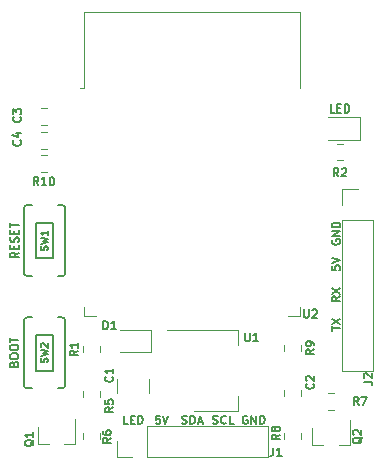
<source format=gbr>
G04 #@! TF.GenerationSoftware,KiCad,Pcbnew,7.0.6*
G04 #@! TF.CreationDate,2023-11-12T09:36:55+05:30*
G04 #@! TF.ProjectId,ESP32-Miner,45535033-322d-44d6-996e-65722e6b6963,rev?*
G04 #@! TF.SameCoordinates,Original*
G04 #@! TF.FileFunction,Legend,Top*
G04 #@! TF.FilePolarity,Positive*
%FSLAX46Y46*%
G04 Gerber Fmt 4.6, Leading zero omitted, Abs format (unit mm)*
G04 Created by KiCad (PCBNEW 7.0.6) date 2023-11-12 09:36:55*
%MOMM*%
%LPD*%
G01*
G04 APERTURE LIST*
%ADD10C,0.150000*%
%ADD11C,0.127000*%
%ADD12C,0.120000*%
%ADD13C,0.203200*%
G04 APERTURE END LIST*
D10*
X153349366Y-83933332D02*
X153316033Y-83999999D01*
X153316033Y-83999999D02*
X153316033Y-84099999D01*
X153316033Y-84099999D02*
X153349366Y-84199999D01*
X153349366Y-84199999D02*
X153416033Y-84266666D01*
X153416033Y-84266666D02*
X153482700Y-84299999D01*
X153482700Y-84299999D02*
X153616033Y-84333332D01*
X153616033Y-84333332D02*
X153716033Y-84333332D01*
X153716033Y-84333332D02*
X153849366Y-84299999D01*
X153849366Y-84299999D02*
X153916033Y-84266666D01*
X153916033Y-84266666D02*
X153982700Y-84199999D01*
X153982700Y-84199999D02*
X154016033Y-84099999D01*
X154016033Y-84099999D02*
X154016033Y-84033332D01*
X154016033Y-84033332D02*
X153982700Y-83933332D01*
X153982700Y-83933332D02*
X153949366Y-83899999D01*
X153949366Y-83899999D02*
X153716033Y-83899999D01*
X153716033Y-83899999D02*
X153716033Y-84033332D01*
X154016033Y-83599999D02*
X153316033Y-83599999D01*
X153316033Y-83599999D02*
X154016033Y-83199999D01*
X154016033Y-83199999D02*
X153316033Y-83199999D01*
X154016033Y-82866666D02*
X153316033Y-82866666D01*
X153316033Y-82866666D02*
X153316033Y-82699999D01*
X153316033Y-82699999D02*
X153349366Y-82599999D01*
X153349366Y-82599999D02*
X153416033Y-82533333D01*
X153416033Y-82533333D02*
X153482700Y-82499999D01*
X153482700Y-82499999D02*
X153616033Y-82466666D01*
X153616033Y-82466666D02*
X153716033Y-82466666D01*
X153716033Y-82466666D02*
X153849366Y-82499999D01*
X153849366Y-82499999D02*
X153916033Y-82533333D01*
X153916033Y-82533333D02*
X153982700Y-82599999D01*
X153982700Y-82599999D02*
X154016033Y-82699999D01*
X154016033Y-82699999D02*
X154016033Y-82866666D01*
X138766667Y-98816033D02*
X138433333Y-98816033D01*
X138433333Y-98816033D02*
X138400000Y-99149366D01*
X138400000Y-99149366D02*
X138433333Y-99116033D01*
X138433333Y-99116033D02*
X138500000Y-99082700D01*
X138500000Y-99082700D02*
X138666667Y-99082700D01*
X138666667Y-99082700D02*
X138733333Y-99116033D01*
X138733333Y-99116033D02*
X138766667Y-99149366D01*
X138766667Y-99149366D02*
X138800000Y-99216033D01*
X138800000Y-99216033D02*
X138800000Y-99382700D01*
X138800000Y-99382700D02*
X138766667Y-99449366D01*
X138766667Y-99449366D02*
X138733333Y-99482700D01*
X138733333Y-99482700D02*
X138666667Y-99516033D01*
X138666667Y-99516033D02*
X138500000Y-99516033D01*
X138500000Y-99516033D02*
X138433333Y-99482700D01*
X138433333Y-99482700D02*
X138400000Y-99449366D01*
X139000000Y-98816033D02*
X139233334Y-99516033D01*
X139233334Y-99516033D02*
X139466667Y-98816033D01*
X154016033Y-88716666D02*
X153682700Y-88949999D01*
X154016033Y-89116666D02*
X153316033Y-89116666D01*
X153316033Y-89116666D02*
X153316033Y-88849999D01*
X153316033Y-88849999D02*
X153349366Y-88783333D01*
X153349366Y-88783333D02*
X153382700Y-88749999D01*
X153382700Y-88749999D02*
X153449366Y-88716666D01*
X153449366Y-88716666D02*
X153549366Y-88716666D01*
X153549366Y-88716666D02*
X153616033Y-88749999D01*
X153616033Y-88749999D02*
X153649366Y-88783333D01*
X153649366Y-88783333D02*
X153682700Y-88849999D01*
X153682700Y-88849999D02*
X153682700Y-89116666D01*
X153316033Y-88483333D02*
X154016033Y-88016666D01*
X153316033Y-88016666D02*
X154016033Y-88483333D01*
X146166667Y-98849366D02*
X146100000Y-98816033D01*
X146100000Y-98816033D02*
X146000000Y-98816033D01*
X146000000Y-98816033D02*
X145900000Y-98849366D01*
X145900000Y-98849366D02*
X145833334Y-98916033D01*
X145833334Y-98916033D02*
X145800000Y-98982700D01*
X145800000Y-98982700D02*
X145766667Y-99116033D01*
X145766667Y-99116033D02*
X145766667Y-99216033D01*
X145766667Y-99216033D02*
X145800000Y-99349366D01*
X145800000Y-99349366D02*
X145833334Y-99416033D01*
X145833334Y-99416033D02*
X145900000Y-99482700D01*
X145900000Y-99482700D02*
X146000000Y-99516033D01*
X146000000Y-99516033D02*
X146066667Y-99516033D01*
X146066667Y-99516033D02*
X146166667Y-99482700D01*
X146166667Y-99482700D02*
X146200000Y-99449366D01*
X146200000Y-99449366D02*
X146200000Y-99216033D01*
X146200000Y-99216033D02*
X146066667Y-99216033D01*
X146500000Y-99516033D02*
X146500000Y-98816033D01*
X146500000Y-98816033D02*
X146900000Y-99516033D01*
X146900000Y-99516033D02*
X146900000Y-98816033D01*
X147233333Y-99516033D02*
X147233333Y-98816033D01*
X147233333Y-98816033D02*
X147400000Y-98816033D01*
X147400000Y-98816033D02*
X147500000Y-98849366D01*
X147500000Y-98849366D02*
X147566667Y-98916033D01*
X147566667Y-98916033D02*
X147600000Y-98982700D01*
X147600000Y-98982700D02*
X147633333Y-99116033D01*
X147633333Y-99116033D02*
X147633333Y-99216033D01*
X147633333Y-99216033D02*
X147600000Y-99349366D01*
X147600000Y-99349366D02*
X147566667Y-99416033D01*
X147566667Y-99416033D02*
X147500000Y-99482700D01*
X147500000Y-99482700D02*
X147400000Y-99516033D01*
X147400000Y-99516033D02*
X147233333Y-99516033D01*
X136050000Y-99516033D02*
X135716666Y-99516033D01*
X135716666Y-99516033D02*
X135716666Y-98816033D01*
X136283333Y-99149366D02*
X136516667Y-99149366D01*
X136616667Y-99516033D02*
X136283333Y-99516033D01*
X136283333Y-99516033D02*
X136283333Y-98816033D01*
X136283333Y-98816033D02*
X136616667Y-98816033D01*
X136916666Y-99516033D02*
X136916666Y-98816033D01*
X136916666Y-98816033D02*
X137083333Y-98816033D01*
X137083333Y-98816033D02*
X137183333Y-98849366D01*
X137183333Y-98849366D02*
X137250000Y-98916033D01*
X137250000Y-98916033D02*
X137283333Y-98982700D01*
X137283333Y-98982700D02*
X137316666Y-99116033D01*
X137316666Y-99116033D02*
X137316666Y-99216033D01*
X137316666Y-99216033D02*
X137283333Y-99349366D01*
X137283333Y-99349366D02*
X137250000Y-99416033D01*
X137250000Y-99416033D02*
X137183333Y-99482700D01*
X137183333Y-99482700D02*
X137083333Y-99516033D01*
X137083333Y-99516033D02*
X136916666Y-99516033D01*
X140650000Y-99482700D02*
X140750000Y-99516033D01*
X140750000Y-99516033D02*
X140916667Y-99516033D01*
X140916667Y-99516033D02*
X140983333Y-99482700D01*
X140983333Y-99482700D02*
X141016667Y-99449366D01*
X141016667Y-99449366D02*
X141050000Y-99382700D01*
X141050000Y-99382700D02*
X141050000Y-99316033D01*
X141050000Y-99316033D02*
X141016667Y-99249366D01*
X141016667Y-99249366D02*
X140983333Y-99216033D01*
X140983333Y-99216033D02*
X140916667Y-99182700D01*
X140916667Y-99182700D02*
X140783333Y-99149366D01*
X140783333Y-99149366D02*
X140716667Y-99116033D01*
X140716667Y-99116033D02*
X140683333Y-99082700D01*
X140683333Y-99082700D02*
X140650000Y-99016033D01*
X140650000Y-99016033D02*
X140650000Y-98949366D01*
X140650000Y-98949366D02*
X140683333Y-98882700D01*
X140683333Y-98882700D02*
X140716667Y-98849366D01*
X140716667Y-98849366D02*
X140783333Y-98816033D01*
X140783333Y-98816033D02*
X140950000Y-98816033D01*
X140950000Y-98816033D02*
X141050000Y-98849366D01*
X141350000Y-99516033D02*
X141350000Y-98816033D01*
X141350000Y-98816033D02*
X141516667Y-98816033D01*
X141516667Y-98816033D02*
X141616667Y-98849366D01*
X141616667Y-98849366D02*
X141683334Y-98916033D01*
X141683334Y-98916033D02*
X141716667Y-98982700D01*
X141716667Y-98982700D02*
X141750000Y-99116033D01*
X141750000Y-99116033D02*
X141750000Y-99216033D01*
X141750000Y-99216033D02*
X141716667Y-99349366D01*
X141716667Y-99349366D02*
X141683334Y-99416033D01*
X141683334Y-99416033D02*
X141616667Y-99482700D01*
X141616667Y-99482700D02*
X141516667Y-99516033D01*
X141516667Y-99516033D02*
X141350000Y-99516033D01*
X142016667Y-99316033D02*
X142350000Y-99316033D01*
X141950000Y-99516033D02*
X142183334Y-98816033D01*
X142183334Y-98816033D02*
X142416667Y-99516033D01*
X153316033Y-86133333D02*
X153316033Y-86466666D01*
X153316033Y-86466666D02*
X153649366Y-86499999D01*
X153649366Y-86499999D02*
X153616033Y-86466666D01*
X153616033Y-86466666D02*
X153582700Y-86399999D01*
X153582700Y-86399999D02*
X153582700Y-86233333D01*
X153582700Y-86233333D02*
X153616033Y-86166666D01*
X153616033Y-86166666D02*
X153649366Y-86133333D01*
X153649366Y-86133333D02*
X153716033Y-86099999D01*
X153716033Y-86099999D02*
X153882700Y-86099999D01*
X153882700Y-86099999D02*
X153949366Y-86133333D01*
X153949366Y-86133333D02*
X153982700Y-86166666D01*
X153982700Y-86166666D02*
X154016033Y-86233333D01*
X154016033Y-86233333D02*
X154016033Y-86399999D01*
X154016033Y-86399999D02*
X153982700Y-86466666D01*
X153982700Y-86466666D02*
X153949366Y-86499999D01*
X153316033Y-85899999D02*
X154016033Y-85666666D01*
X154016033Y-85666666D02*
X153316033Y-85433332D01*
X153316033Y-91633333D02*
X153316033Y-91233333D01*
X154016033Y-91433333D02*
X153316033Y-91433333D01*
X153316033Y-91066667D02*
X154016033Y-90600000D01*
X153316033Y-90600000D02*
X154016033Y-91066667D01*
X143266666Y-99482700D02*
X143366666Y-99516033D01*
X143366666Y-99516033D02*
X143533333Y-99516033D01*
X143533333Y-99516033D02*
X143599999Y-99482700D01*
X143599999Y-99482700D02*
X143633333Y-99449366D01*
X143633333Y-99449366D02*
X143666666Y-99382700D01*
X143666666Y-99382700D02*
X143666666Y-99316033D01*
X143666666Y-99316033D02*
X143633333Y-99249366D01*
X143633333Y-99249366D02*
X143599999Y-99216033D01*
X143599999Y-99216033D02*
X143533333Y-99182700D01*
X143533333Y-99182700D02*
X143399999Y-99149366D01*
X143399999Y-99149366D02*
X143333333Y-99116033D01*
X143333333Y-99116033D02*
X143299999Y-99082700D01*
X143299999Y-99082700D02*
X143266666Y-99016033D01*
X143266666Y-99016033D02*
X143266666Y-98949366D01*
X143266666Y-98949366D02*
X143299999Y-98882700D01*
X143299999Y-98882700D02*
X143333333Y-98849366D01*
X143333333Y-98849366D02*
X143399999Y-98816033D01*
X143399999Y-98816033D02*
X143566666Y-98816033D01*
X143566666Y-98816033D02*
X143666666Y-98849366D01*
X144366666Y-99449366D02*
X144333333Y-99482700D01*
X144333333Y-99482700D02*
X144233333Y-99516033D01*
X144233333Y-99516033D02*
X144166666Y-99516033D01*
X144166666Y-99516033D02*
X144066666Y-99482700D01*
X144066666Y-99482700D02*
X144000000Y-99416033D01*
X144000000Y-99416033D02*
X143966666Y-99349366D01*
X143966666Y-99349366D02*
X143933333Y-99216033D01*
X143933333Y-99216033D02*
X143933333Y-99116033D01*
X143933333Y-99116033D02*
X143966666Y-98982700D01*
X143966666Y-98982700D02*
X144000000Y-98916033D01*
X144000000Y-98916033D02*
X144066666Y-98849366D01*
X144066666Y-98849366D02*
X144166666Y-98816033D01*
X144166666Y-98816033D02*
X144233333Y-98816033D01*
X144233333Y-98816033D02*
X144333333Y-98849366D01*
X144333333Y-98849366D02*
X144366666Y-98882700D01*
X145000000Y-99516033D02*
X144666666Y-99516033D01*
X144666666Y-99516033D02*
X144666666Y-98816033D01*
X151749366Y-96116666D02*
X151782700Y-96149999D01*
X151782700Y-96149999D02*
X151816033Y-96249999D01*
X151816033Y-96249999D02*
X151816033Y-96316666D01*
X151816033Y-96316666D02*
X151782700Y-96416666D01*
X151782700Y-96416666D02*
X151716033Y-96483333D01*
X151716033Y-96483333D02*
X151649366Y-96516666D01*
X151649366Y-96516666D02*
X151516033Y-96549999D01*
X151516033Y-96549999D02*
X151416033Y-96549999D01*
X151416033Y-96549999D02*
X151282700Y-96516666D01*
X151282700Y-96516666D02*
X151216033Y-96483333D01*
X151216033Y-96483333D02*
X151149366Y-96416666D01*
X151149366Y-96416666D02*
X151116033Y-96316666D01*
X151116033Y-96316666D02*
X151116033Y-96249999D01*
X151116033Y-96249999D02*
X151149366Y-96149999D01*
X151149366Y-96149999D02*
X151182700Y-96116666D01*
X151182700Y-95849999D02*
X151149366Y-95816666D01*
X151149366Y-95816666D02*
X151116033Y-95749999D01*
X151116033Y-95749999D02*
X151116033Y-95583333D01*
X151116033Y-95583333D02*
X151149366Y-95516666D01*
X151149366Y-95516666D02*
X151182700Y-95483333D01*
X151182700Y-95483333D02*
X151249366Y-95449999D01*
X151249366Y-95449999D02*
X151316033Y-95449999D01*
X151316033Y-95449999D02*
X151416033Y-95483333D01*
X151416033Y-95483333D02*
X151816033Y-95883333D01*
X151816033Y-95883333D02*
X151816033Y-95449999D01*
X128082700Y-100866666D02*
X128049366Y-100933333D01*
X128049366Y-100933333D02*
X127982700Y-101000000D01*
X127982700Y-101000000D02*
X127882700Y-101100000D01*
X127882700Y-101100000D02*
X127849366Y-101166666D01*
X127849366Y-101166666D02*
X127849366Y-101233333D01*
X128016033Y-101200000D02*
X127982700Y-101266666D01*
X127982700Y-101266666D02*
X127916033Y-101333333D01*
X127916033Y-101333333D02*
X127782700Y-101366666D01*
X127782700Y-101366666D02*
X127549366Y-101366666D01*
X127549366Y-101366666D02*
X127416033Y-101333333D01*
X127416033Y-101333333D02*
X127349366Y-101266666D01*
X127349366Y-101266666D02*
X127316033Y-101200000D01*
X127316033Y-101200000D02*
X127316033Y-101066666D01*
X127316033Y-101066666D02*
X127349366Y-101000000D01*
X127349366Y-101000000D02*
X127416033Y-100933333D01*
X127416033Y-100933333D02*
X127549366Y-100900000D01*
X127549366Y-100900000D02*
X127782700Y-100900000D01*
X127782700Y-100900000D02*
X127916033Y-100933333D01*
X127916033Y-100933333D02*
X127982700Y-101000000D01*
X127982700Y-101000000D02*
X128016033Y-101066666D01*
X128016033Y-101066666D02*
X128016033Y-101200000D01*
X128016033Y-100233333D02*
X128016033Y-100633333D01*
X128016033Y-100433333D02*
X127316033Y-100433333D01*
X127316033Y-100433333D02*
X127416033Y-100500000D01*
X127416033Y-100500000D02*
X127482700Y-100566667D01*
X127482700Y-100566667D02*
X127516033Y-100633333D01*
X145966666Y-91816033D02*
X145966666Y-92382700D01*
X145966666Y-92382700D02*
X146000000Y-92449366D01*
X146000000Y-92449366D02*
X146033333Y-92482700D01*
X146033333Y-92482700D02*
X146100000Y-92516033D01*
X146100000Y-92516033D02*
X146233333Y-92516033D01*
X146233333Y-92516033D02*
X146300000Y-92482700D01*
X146300000Y-92482700D02*
X146333333Y-92449366D01*
X146333333Y-92449366D02*
X146366666Y-92382700D01*
X146366666Y-92382700D02*
X146366666Y-91816033D01*
X147066666Y-92516033D02*
X146666666Y-92516033D01*
X146866666Y-92516033D02*
X146866666Y-91816033D01*
X146866666Y-91816033D02*
X146799999Y-91916033D01*
X146799999Y-91916033D02*
X146733333Y-91982700D01*
X146733333Y-91982700D02*
X146666666Y-92016033D01*
X134616033Y-100716666D02*
X134282700Y-100949999D01*
X134616033Y-101116666D02*
X133916033Y-101116666D01*
X133916033Y-101116666D02*
X133916033Y-100849999D01*
X133916033Y-100849999D02*
X133949366Y-100783333D01*
X133949366Y-100783333D02*
X133982700Y-100749999D01*
X133982700Y-100749999D02*
X134049366Y-100716666D01*
X134049366Y-100716666D02*
X134149366Y-100716666D01*
X134149366Y-100716666D02*
X134216033Y-100749999D01*
X134216033Y-100749999D02*
X134249366Y-100783333D01*
X134249366Y-100783333D02*
X134282700Y-100849999D01*
X134282700Y-100849999D02*
X134282700Y-101116666D01*
X133916033Y-100116666D02*
X133916033Y-100249999D01*
X133916033Y-100249999D02*
X133949366Y-100316666D01*
X133949366Y-100316666D02*
X133982700Y-100349999D01*
X133982700Y-100349999D02*
X134082700Y-100416666D01*
X134082700Y-100416666D02*
X134216033Y-100449999D01*
X134216033Y-100449999D02*
X134482700Y-100449999D01*
X134482700Y-100449999D02*
X134549366Y-100416666D01*
X134549366Y-100416666D02*
X134582700Y-100383333D01*
X134582700Y-100383333D02*
X134616033Y-100316666D01*
X134616033Y-100316666D02*
X134616033Y-100183333D01*
X134616033Y-100183333D02*
X134582700Y-100116666D01*
X134582700Y-100116666D02*
X134549366Y-100083333D01*
X134549366Y-100083333D02*
X134482700Y-100049999D01*
X134482700Y-100049999D02*
X134316033Y-100049999D01*
X134316033Y-100049999D02*
X134249366Y-100083333D01*
X134249366Y-100083333D02*
X134216033Y-100116666D01*
X134216033Y-100116666D02*
X134182700Y-100183333D01*
X134182700Y-100183333D02*
X134182700Y-100316666D01*
X134182700Y-100316666D02*
X134216033Y-100383333D01*
X134216033Y-100383333D02*
X134249366Y-100416666D01*
X134249366Y-100416666D02*
X134316033Y-100449999D01*
X134816033Y-98116666D02*
X134482700Y-98349999D01*
X134816033Y-98516666D02*
X134116033Y-98516666D01*
X134116033Y-98516666D02*
X134116033Y-98249999D01*
X134116033Y-98249999D02*
X134149366Y-98183333D01*
X134149366Y-98183333D02*
X134182700Y-98149999D01*
X134182700Y-98149999D02*
X134249366Y-98116666D01*
X134249366Y-98116666D02*
X134349366Y-98116666D01*
X134349366Y-98116666D02*
X134416033Y-98149999D01*
X134416033Y-98149999D02*
X134449366Y-98183333D01*
X134449366Y-98183333D02*
X134482700Y-98249999D01*
X134482700Y-98249999D02*
X134482700Y-98516666D01*
X134116033Y-97483333D02*
X134116033Y-97816666D01*
X134116033Y-97816666D02*
X134449366Y-97849999D01*
X134449366Y-97849999D02*
X134416033Y-97816666D01*
X134416033Y-97816666D02*
X134382700Y-97749999D01*
X134382700Y-97749999D02*
X134382700Y-97583333D01*
X134382700Y-97583333D02*
X134416033Y-97516666D01*
X134416033Y-97516666D02*
X134449366Y-97483333D01*
X134449366Y-97483333D02*
X134516033Y-97449999D01*
X134516033Y-97449999D02*
X134682700Y-97449999D01*
X134682700Y-97449999D02*
X134749366Y-97483333D01*
X134749366Y-97483333D02*
X134782700Y-97516666D01*
X134782700Y-97516666D02*
X134816033Y-97583333D01*
X134816033Y-97583333D02*
X134816033Y-97749999D01*
X134816033Y-97749999D02*
X134782700Y-97816666D01*
X134782700Y-97816666D02*
X134749366Y-97849999D01*
X153550000Y-73166033D02*
X153216666Y-73166033D01*
X153216666Y-73166033D02*
X153216666Y-72466033D01*
X153783333Y-72799366D02*
X154016667Y-72799366D01*
X154116667Y-73166033D02*
X153783333Y-73166033D01*
X153783333Y-73166033D02*
X153783333Y-72466033D01*
X153783333Y-72466033D02*
X154116667Y-72466033D01*
X154416666Y-73166033D02*
X154416666Y-72466033D01*
X154416666Y-72466033D02*
X154583333Y-72466033D01*
X154583333Y-72466033D02*
X154683333Y-72499366D01*
X154683333Y-72499366D02*
X154750000Y-72566033D01*
X154750000Y-72566033D02*
X154783333Y-72632700D01*
X154783333Y-72632700D02*
X154816666Y-72766033D01*
X154816666Y-72766033D02*
X154816666Y-72866033D01*
X154816666Y-72866033D02*
X154783333Y-72999366D01*
X154783333Y-72999366D02*
X154750000Y-73066033D01*
X154750000Y-73066033D02*
X154683333Y-73132700D01*
X154683333Y-73132700D02*
X154583333Y-73166033D01*
X154583333Y-73166033D02*
X154416666Y-73166033D01*
X128487499Y-79316033D02*
X128254166Y-78982700D01*
X128087499Y-79316033D02*
X128087499Y-78616033D01*
X128087499Y-78616033D02*
X128354166Y-78616033D01*
X128354166Y-78616033D02*
X128420833Y-78649366D01*
X128420833Y-78649366D02*
X128454166Y-78682700D01*
X128454166Y-78682700D02*
X128487499Y-78749366D01*
X128487499Y-78749366D02*
X128487499Y-78849366D01*
X128487499Y-78849366D02*
X128454166Y-78916033D01*
X128454166Y-78916033D02*
X128420833Y-78949366D01*
X128420833Y-78949366D02*
X128354166Y-78982700D01*
X128354166Y-78982700D02*
X128087499Y-78982700D01*
X129154166Y-79316033D02*
X128754166Y-79316033D01*
X128954166Y-79316033D02*
X128954166Y-78616033D01*
X128954166Y-78616033D02*
X128887499Y-78716033D01*
X128887499Y-78716033D02*
X128820833Y-78782700D01*
X128820833Y-78782700D02*
X128754166Y-78816033D01*
X129587500Y-78616033D02*
X129654166Y-78616033D01*
X129654166Y-78616033D02*
X129720833Y-78649366D01*
X129720833Y-78649366D02*
X129754166Y-78682700D01*
X129754166Y-78682700D02*
X129787500Y-78749366D01*
X129787500Y-78749366D02*
X129820833Y-78882700D01*
X129820833Y-78882700D02*
X129820833Y-79049366D01*
X129820833Y-79049366D02*
X129787500Y-79182700D01*
X129787500Y-79182700D02*
X129754166Y-79249366D01*
X129754166Y-79249366D02*
X129720833Y-79282700D01*
X129720833Y-79282700D02*
X129654166Y-79316033D01*
X129654166Y-79316033D02*
X129587500Y-79316033D01*
X129587500Y-79316033D02*
X129520833Y-79282700D01*
X129520833Y-79282700D02*
X129487500Y-79249366D01*
X129487500Y-79249366D02*
X129454166Y-79182700D01*
X129454166Y-79182700D02*
X129420833Y-79049366D01*
X129420833Y-79049366D02*
X129420833Y-78882700D01*
X129420833Y-78882700D02*
X129454166Y-78749366D01*
X129454166Y-78749366D02*
X129487500Y-78682700D01*
X129487500Y-78682700D02*
X129520833Y-78649366D01*
X129520833Y-78649366D02*
X129587500Y-78616033D01*
X153883333Y-78566033D02*
X153650000Y-78232700D01*
X153483333Y-78566033D02*
X153483333Y-77866033D01*
X153483333Y-77866033D02*
X153750000Y-77866033D01*
X153750000Y-77866033D02*
X153816667Y-77899366D01*
X153816667Y-77899366D02*
X153850000Y-77932700D01*
X153850000Y-77932700D02*
X153883333Y-77999366D01*
X153883333Y-77999366D02*
X153883333Y-78099366D01*
X153883333Y-78099366D02*
X153850000Y-78166033D01*
X153850000Y-78166033D02*
X153816667Y-78199366D01*
X153816667Y-78199366D02*
X153750000Y-78232700D01*
X153750000Y-78232700D02*
X153483333Y-78232700D01*
X154150000Y-77932700D02*
X154183333Y-77899366D01*
X154183333Y-77899366D02*
X154250000Y-77866033D01*
X154250000Y-77866033D02*
X154416667Y-77866033D01*
X154416667Y-77866033D02*
X154483333Y-77899366D01*
X154483333Y-77899366D02*
X154516667Y-77932700D01*
X154516667Y-77932700D02*
X154550000Y-77999366D01*
X154550000Y-77999366D02*
X154550000Y-78066033D01*
X154550000Y-78066033D02*
X154516667Y-78166033D01*
X154516667Y-78166033D02*
X154116667Y-78566033D01*
X154116667Y-78566033D02*
X154550000Y-78566033D01*
D11*
X129246380Y-84812799D02*
X129275408Y-84725714D01*
X129275408Y-84725714D02*
X129275408Y-84580571D01*
X129275408Y-84580571D02*
X129246380Y-84522514D01*
X129246380Y-84522514D02*
X129217351Y-84493485D01*
X129217351Y-84493485D02*
X129159294Y-84464456D01*
X129159294Y-84464456D02*
X129101237Y-84464456D01*
X129101237Y-84464456D02*
X129043180Y-84493485D01*
X129043180Y-84493485D02*
X129014151Y-84522514D01*
X129014151Y-84522514D02*
X128985122Y-84580571D01*
X128985122Y-84580571D02*
X128956094Y-84696685D01*
X128956094Y-84696685D02*
X128927065Y-84754742D01*
X128927065Y-84754742D02*
X128898037Y-84783771D01*
X128898037Y-84783771D02*
X128839980Y-84812799D01*
X128839980Y-84812799D02*
X128781922Y-84812799D01*
X128781922Y-84812799D02*
X128723865Y-84783771D01*
X128723865Y-84783771D02*
X128694837Y-84754742D01*
X128694837Y-84754742D02*
X128665808Y-84696685D01*
X128665808Y-84696685D02*
X128665808Y-84551542D01*
X128665808Y-84551542D02*
X128694837Y-84464456D01*
X128665808Y-84261257D02*
X129275408Y-84116114D01*
X129275408Y-84116114D02*
X128839980Y-84000000D01*
X128839980Y-84000000D02*
X129275408Y-83883885D01*
X129275408Y-83883885D02*
X128665808Y-83738743D01*
X129275408Y-83187199D02*
X129275408Y-83535542D01*
X129275408Y-83361371D02*
X128665808Y-83361371D01*
X128665808Y-83361371D02*
X128752894Y-83419428D01*
X128752894Y-83419428D02*
X128810951Y-83477485D01*
X128810951Y-83477485D02*
X128839980Y-83535542D01*
D10*
X126816033Y-85016666D02*
X126482700Y-85249999D01*
X126816033Y-85416666D02*
X126116033Y-85416666D01*
X126116033Y-85416666D02*
X126116033Y-85149999D01*
X126116033Y-85149999D02*
X126149366Y-85083333D01*
X126149366Y-85083333D02*
X126182700Y-85049999D01*
X126182700Y-85049999D02*
X126249366Y-85016666D01*
X126249366Y-85016666D02*
X126349366Y-85016666D01*
X126349366Y-85016666D02*
X126416033Y-85049999D01*
X126416033Y-85049999D02*
X126449366Y-85083333D01*
X126449366Y-85083333D02*
X126482700Y-85149999D01*
X126482700Y-85149999D02*
X126482700Y-85416666D01*
X126449366Y-84716666D02*
X126449366Y-84483333D01*
X126816033Y-84383333D02*
X126816033Y-84716666D01*
X126816033Y-84716666D02*
X126116033Y-84716666D01*
X126116033Y-84716666D02*
X126116033Y-84383333D01*
X126782700Y-84116666D02*
X126816033Y-84016666D01*
X126816033Y-84016666D02*
X126816033Y-83850000D01*
X126816033Y-83850000D02*
X126782700Y-83783333D01*
X126782700Y-83783333D02*
X126749366Y-83750000D01*
X126749366Y-83750000D02*
X126682700Y-83716666D01*
X126682700Y-83716666D02*
X126616033Y-83716666D01*
X126616033Y-83716666D02*
X126549366Y-83750000D01*
X126549366Y-83750000D02*
X126516033Y-83783333D01*
X126516033Y-83783333D02*
X126482700Y-83850000D01*
X126482700Y-83850000D02*
X126449366Y-83983333D01*
X126449366Y-83983333D02*
X126416033Y-84050000D01*
X126416033Y-84050000D02*
X126382700Y-84083333D01*
X126382700Y-84083333D02*
X126316033Y-84116666D01*
X126316033Y-84116666D02*
X126249366Y-84116666D01*
X126249366Y-84116666D02*
X126182700Y-84083333D01*
X126182700Y-84083333D02*
X126149366Y-84050000D01*
X126149366Y-84050000D02*
X126116033Y-83983333D01*
X126116033Y-83983333D02*
X126116033Y-83816666D01*
X126116033Y-83816666D02*
X126149366Y-83716666D01*
X126449366Y-83416666D02*
X126449366Y-83183333D01*
X126816033Y-83083333D02*
X126816033Y-83416666D01*
X126816033Y-83416666D02*
X126116033Y-83416666D01*
X126116033Y-83416666D02*
X126116033Y-83083333D01*
X126116033Y-82883333D02*
X126116033Y-82483333D01*
X126816033Y-82683333D02*
X126116033Y-82683333D01*
D11*
X129246380Y-94312799D02*
X129275408Y-94225714D01*
X129275408Y-94225714D02*
X129275408Y-94080571D01*
X129275408Y-94080571D02*
X129246380Y-94022514D01*
X129246380Y-94022514D02*
X129217351Y-93993485D01*
X129217351Y-93993485D02*
X129159294Y-93964456D01*
X129159294Y-93964456D02*
X129101237Y-93964456D01*
X129101237Y-93964456D02*
X129043180Y-93993485D01*
X129043180Y-93993485D02*
X129014151Y-94022514D01*
X129014151Y-94022514D02*
X128985122Y-94080571D01*
X128985122Y-94080571D02*
X128956094Y-94196685D01*
X128956094Y-94196685D02*
X128927065Y-94254742D01*
X128927065Y-94254742D02*
X128898037Y-94283771D01*
X128898037Y-94283771D02*
X128839980Y-94312799D01*
X128839980Y-94312799D02*
X128781922Y-94312799D01*
X128781922Y-94312799D02*
X128723865Y-94283771D01*
X128723865Y-94283771D02*
X128694837Y-94254742D01*
X128694837Y-94254742D02*
X128665808Y-94196685D01*
X128665808Y-94196685D02*
X128665808Y-94051542D01*
X128665808Y-94051542D02*
X128694837Y-93964456D01*
X128665808Y-93761257D02*
X129275408Y-93616114D01*
X129275408Y-93616114D02*
X128839980Y-93500000D01*
X128839980Y-93500000D02*
X129275408Y-93383885D01*
X129275408Y-93383885D02*
X128665808Y-93238743D01*
X128723865Y-93035542D02*
X128694837Y-93006514D01*
X128694837Y-93006514D02*
X128665808Y-92948457D01*
X128665808Y-92948457D02*
X128665808Y-92803314D01*
X128665808Y-92803314D02*
X128694837Y-92745257D01*
X128694837Y-92745257D02*
X128723865Y-92716228D01*
X128723865Y-92716228D02*
X128781922Y-92687199D01*
X128781922Y-92687199D02*
X128839980Y-92687199D01*
X128839980Y-92687199D02*
X128927065Y-92716228D01*
X128927065Y-92716228D02*
X129275408Y-93064571D01*
X129275408Y-93064571D02*
X129275408Y-92687199D01*
D10*
X126409366Y-94449999D02*
X126442700Y-94349999D01*
X126442700Y-94349999D02*
X126476033Y-94316665D01*
X126476033Y-94316665D02*
X126542700Y-94283332D01*
X126542700Y-94283332D02*
X126642700Y-94283332D01*
X126642700Y-94283332D02*
X126709366Y-94316665D01*
X126709366Y-94316665D02*
X126742700Y-94349999D01*
X126742700Y-94349999D02*
X126776033Y-94416665D01*
X126776033Y-94416665D02*
X126776033Y-94683332D01*
X126776033Y-94683332D02*
X126076033Y-94683332D01*
X126076033Y-94683332D02*
X126076033Y-94449999D01*
X126076033Y-94449999D02*
X126109366Y-94383332D01*
X126109366Y-94383332D02*
X126142700Y-94349999D01*
X126142700Y-94349999D02*
X126209366Y-94316665D01*
X126209366Y-94316665D02*
X126276033Y-94316665D01*
X126276033Y-94316665D02*
X126342700Y-94349999D01*
X126342700Y-94349999D02*
X126376033Y-94383332D01*
X126376033Y-94383332D02*
X126409366Y-94449999D01*
X126409366Y-94449999D02*
X126409366Y-94683332D01*
X126076033Y-93849999D02*
X126076033Y-93716665D01*
X126076033Y-93716665D02*
X126109366Y-93649999D01*
X126109366Y-93649999D02*
X126176033Y-93583332D01*
X126176033Y-93583332D02*
X126309366Y-93549999D01*
X126309366Y-93549999D02*
X126542700Y-93549999D01*
X126542700Y-93549999D02*
X126676033Y-93583332D01*
X126676033Y-93583332D02*
X126742700Y-93649999D01*
X126742700Y-93649999D02*
X126776033Y-93716665D01*
X126776033Y-93716665D02*
X126776033Y-93849999D01*
X126776033Y-93849999D02*
X126742700Y-93916665D01*
X126742700Y-93916665D02*
X126676033Y-93983332D01*
X126676033Y-93983332D02*
X126542700Y-94016665D01*
X126542700Y-94016665D02*
X126309366Y-94016665D01*
X126309366Y-94016665D02*
X126176033Y-93983332D01*
X126176033Y-93983332D02*
X126109366Y-93916665D01*
X126109366Y-93916665D02*
X126076033Y-93849999D01*
X126076033Y-93116666D02*
X126076033Y-92983332D01*
X126076033Y-92983332D02*
X126109366Y-92916666D01*
X126109366Y-92916666D02*
X126176033Y-92849999D01*
X126176033Y-92849999D02*
X126309366Y-92816666D01*
X126309366Y-92816666D02*
X126542700Y-92816666D01*
X126542700Y-92816666D02*
X126676033Y-92849999D01*
X126676033Y-92849999D02*
X126742700Y-92916666D01*
X126742700Y-92916666D02*
X126776033Y-92983332D01*
X126776033Y-92983332D02*
X126776033Y-93116666D01*
X126776033Y-93116666D02*
X126742700Y-93183332D01*
X126742700Y-93183332D02*
X126676033Y-93249999D01*
X126676033Y-93249999D02*
X126542700Y-93283332D01*
X126542700Y-93283332D02*
X126309366Y-93283332D01*
X126309366Y-93283332D02*
X126176033Y-93249999D01*
X126176033Y-93249999D02*
X126109366Y-93183332D01*
X126109366Y-93183332D02*
X126076033Y-93116666D01*
X126076033Y-92616666D02*
X126076033Y-92216666D01*
X126776033Y-92416666D02*
X126076033Y-92416666D01*
X126949366Y-73516666D02*
X126982700Y-73549999D01*
X126982700Y-73549999D02*
X127016033Y-73649999D01*
X127016033Y-73649999D02*
X127016033Y-73716666D01*
X127016033Y-73716666D02*
X126982700Y-73816666D01*
X126982700Y-73816666D02*
X126916033Y-73883333D01*
X126916033Y-73883333D02*
X126849366Y-73916666D01*
X126849366Y-73916666D02*
X126716033Y-73949999D01*
X126716033Y-73949999D02*
X126616033Y-73949999D01*
X126616033Y-73949999D02*
X126482700Y-73916666D01*
X126482700Y-73916666D02*
X126416033Y-73883333D01*
X126416033Y-73883333D02*
X126349366Y-73816666D01*
X126349366Y-73816666D02*
X126316033Y-73716666D01*
X126316033Y-73716666D02*
X126316033Y-73649999D01*
X126316033Y-73649999D02*
X126349366Y-73549999D01*
X126349366Y-73549999D02*
X126382700Y-73516666D01*
X126316033Y-73283333D02*
X126316033Y-72849999D01*
X126316033Y-72849999D02*
X126582700Y-73083333D01*
X126582700Y-73083333D02*
X126582700Y-72983333D01*
X126582700Y-72983333D02*
X126616033Y-72916666D01*
X126616033Y-72916666D02*
X126649366Y-72883333D01*
X126649366Y-72883333D02*
X126716033Y-72849999D01*
X126716033Y-72849999D02*
X126882700Y-72849999D01*
X126882700Y-72849999D02*
X126949366Y-72883333D01*
X126949366Y-72883333D02*
X126982700Y-72916666D01*
X126982700Y-72916666D02*
X127016033Y-72983333D01*
X127016033Y-72983333D02*
X127016033Y-73183333D01*
X127016033Y-73183333D02*
X126982700Y-73249999D01*
X126982700Y-73249999D02*
X126949366Y-73283333D01*
X126949366Y-75516666D02*
X126982700Y-75549999D01*
X126982700Y-75549999D02*
X127016033Y-75649999D01*
X127016033Y-75649999D02*
X127016033Y-75716666D01*
X127016033Y-75716666D02*
X126982700Y-75816666D01*
X126982700Y-75816666D02*
X126916033Y-75883333D01*
X126916033Y-75883333D02*
X126849366Y-75916666D01*
X126849366Y-75916666D02*
X126716033Y-75949999D01*
X126716033Y-75949999D02*
X126616033Y-75949999D01*
X126616033Y-75949999D02*
X126482700Y-75916666D01*
X126482700Y-75916666D02*
X126416033Y-75883333D01*
X126416033Y-75883333D02*
X126349366Y-75816666D01*
X126349366Y-75816666D02*
X126316033Y-75716666D01*
X126316033Y-75716666D02*
X126316033Y-75649999D01*
X126316033Y-75649999D02*
X126349366Y-75549999D01*
X126349366Y-75549999D02*
X126382700Y-75516666D01*
X126549366Y-74916666D02*
X127016033Y-74916666D01*
X126282700Y-75083333D02*
X126782700Y-75249999D01*
X126782700Y-75249999D02*
X126782700Y-74816666D01*
X155882700Y-100666666D02*
X155849366Y-100733333D01*
X155849366Y-100733333D02*
X155782700Y-100800000D01*
X155782700Y-100800000D02*
X155682700Y-100900000D01*
X155682700Y-100900000D02*
X155649366Y-100966666D01*
X155649366Y-100966666D02*
X155649366Y-101033333D01*
X155816033Y-101000000D02*
X155782700Y-101066666D01*
X155782700Y-101066666D02*
X155716033Y-101133333D01*
X155716033Y-101133333D02*
X155582700Y-101166666D01*
X155582700Y-101166666D02*
X155349366Y-101166666D01*
X155349366Y-101166666D02*
X155216033Y-101133333D01*
X155216033Y-101133333D02*
X155149366Y-101066666D01*
X155149366Y-101066666D02*
X155116033Y-101000000D01*
X155116033Y-101000000D02*
X155116033Y-100866666D01*
X155116033Y-100866666D02*
X155149366Y-100800000D01*
X155149366Y-100800000D02*
X155216033Y-100733333D01*
X155216033Y-100733333D02*
X155349366Y-100700000D01*
X155349366Y-100700000D02*
X155582700Y-100700000D01*
X155582700Y-100700000D02*
X155716033Y-100733333D01*
X155716033Y-100733333D02*
X155782700Y-100800000D01*
X155782700Y-100800000D02*
X155816033Y-100866666D01*
X155816033Y-100866666D02*
X155816033Y-101000000D01*
X155182700Y-100433333D02*
X155149366Y-100400000D01*
X155149366Y-100400000D02*
X155116033Y-100333333D01*
X155116033Y-100333333D02*
X155116033Y-100166667D01*
X155116033Y-100166667D02*
X155149366Y-100100000D01*
X155149366Y-100100000D02*
X155182700Y-100066667D01*
X155182700Y-100066667D02*
X155249366Y-100033333D01*
X155249366Y-100033333D02*
X155316033Y-100033333D01*
X155316033Y-100033333D02*
X155416033Y-100066667D01*
X155416033Y-100066667D02*
X155816033Y-100466667D01*
X155816033Y-100466667D02*
X155816033Y-100033333D01*
X155583333Y-97916033D02*
X155350000Y-97582700D01*
X155183333Y-97916033D02*
X155183333Y-97216033D01*
X155183333Y-97216033D02*
X155450000Y-97216033D01*
X155450000Y-97216033D02*
X155516667Y-97249366D01*
X155516667Y-97249366D02*
X155550000Y-97282700D01*
X155550000Y-97282700D02*
X155583333Y-97349366D01*
X155583333Y-97349366D02*
X155583333Y-97449366D01*
X155583333Y-97449366D02*
X155550000Y-97516033D01*
X155550000Y-97516033D02*
X155516667Y-97549366D01*
X155516667Y-97549366D02*
X155450000Y-97582700D01*
X155450000Y-97582700D02*
X155183333Y-97582700D01*
X155816667Y-97216033D02*
X156283333Y-97216033D01*
X156283333Y-97216033D02*
X155983333Y-97916033D01*
X148366666Y-101516033D02*
X148366666Y-102016033D01*
X148366666Y-102016033D02*
X148333333Y-102116033D01*
X148333333Y-102116033D02*
X148266666Y-102182700D01*
X148266666Y-102182700D02*
X148166666Y-102216033D01*
X148166666Y-102216033D02*
X148100000Y-102216033D01*
X149066666Y-102216033D02*
X148666666Y-102216033D01*
X148866666Y-102216033D02*
X148866666Y-101516033D01*
X148866666Y-101516033D02*
X148799999Y-101616033D01*
X148799999Y-101616033D02*
X148733333Y-101682700D01*
X148733333Y-101682700D02*
X148666666Y-101716033D01*
X151816033Y-93196666D02*
X151482700Y-93429999D01*
X151816033Y-93596666D02*
X151116033Y-93596666D01*
X151116033Y-93596666D02*
X151116033Y-93329999D01*
X151116033Y-93329999D02*
X151149366Y-93263333D01*
X151149366Y-93263333D02*
X151182700Y-93229999D01*
X151182700Y-93229999D02*
X151249366Y-93196666D01*
X151249366Y-93196666D02*
X151349366Y-93196666D01*
X151349366Y-93196666D02*
X151416033Y-93229999D01*
X151416033Y-93229999D02*
X151449366Y-93263333D01*
X151449366Y-93263333D02*
X151482700Y-93329999D01*
X151482700Y-93329999D02*
X151482700Y-93596666D01*
X151816033Y-92863333D02*
X151816033Y-92729999D01*
X151816033Y-92729999D02*
X151782700Y-92663333D01*
X151782700Y-92663333D02*
X151749366Y-92629999D01*
X151749366Y-92629999D02*
X151649366Y-92563333D01*
X151649366Y-92563333D02*
X151516033Y-92529999D01*
X151516033Y-92529999D02*
X151249366Y-92529999D01*
X151249366Y-92529999D02*
X151182700Y-92563333D01*
X151182700Y-92563333D02*
X151149366Y-92596666D01*
X151149366Y-92596666D02*
X151116033Y-92663333D01*
X151116033Y-92663333D02*
X151116033Y-92796666D01*
X151116033Y-92796666D02*
X151149366Y-92863333D01*
X151149366Y-92863333D02*
X151182700Y-92896666D01*
X151182700Y-92896666D02*
X151249366Y-92929999D01*
X151249366Y-92929999D02*
X151416033Y-92929999D01*
X151416033Y-92929999D02*
X151482700Y-92896666D01*
X151482700Y-92896666D02*
X151516033Y-92863333D01*
X151516033Y-92863333D02*
X151549366Y-92796666D01*
X151549366Y-92796666D02*
X151549366Y-92663333D01*
X151549366Y-92663333D02*
X151516033Y-92596666D01*
X151516033Y-92596666D02*
X151482700Y-92563333D01*
X151482700Y-92563333D02*
X151416033Y-92529999D01*
X150966666Y-89816033D02*
X150966666Y-90382700D01*
X150966666Y-90382700D02*
X151000000Y-90449366D01*
X151000000Y-90449366D02*
X151033333Y-90482700D01*
X151033333Y-90482700D02*
X151100000Y-90516033D01*
X151100000Y-90516033D02*
X151233333Y-90516033D01*
X151233333Y-90516033D02*
X151300000Y-90482700D01*
X151300000Y-90482700D02*
X151333333Y-90449366D01*
X151333333Y-90449366D02*
X151366666Y-90382700D01*
X151366666Y-90382700D02*
X151366666Y-89816033D01*
X151666666Y-89882700D02*
X151699999Y-89849366D01*
X151699999Y-89849366D02*
X151766666Y-89816033D01*
X151766666Y-89816033D02*
X151933333Y-89816033D01*
X151933333Y-89816033D02*
X151999999Y-89849366D01*
X151999999Y-89849366D02*
X152033333Y-89882700D01*
X152033333Y-89882700D02*
X152066666Y-89949366D01*
X152066666Y-89949366D02*
X152066666Y-90016033D01*
X152066666Y-90016033D02*
X152033333Y-90116033D01*
X152033333Y-90116033D02*
X151633333Y-90516033D01*
X151633333Y-90516033D02*
X152066666Y-90516033D01*
X131816033Y-93316666D02*
X131482700Y-93549999D01*
X131816033Y-93716666D02*
X131116033Y-93716666D01*
X131116033Y-93716666D02*
X131116033Y-93449999D01*
X131116033Y-93449999D02*
X131149366Y-93383333D01*
X131149366Y-93383333D02*
X131182700Y-93349999D01*
X131182700Y-93349999D02*
X131249366Y-93316666D01*
X131249366Y-93316666D02*
X131349366Y-93316666D01*
X131349366Y-93316666D02*
X131416033Y-93349999D01*
X131416033Y-93349999D02*
X131449366Y-93383333D01*
X131449366Y-93383333D02*
X131482700Y-93449999D01*
X131482700Y-93449999D02*
X131482700Y-93716666D01*
X131816033Y-92649999D02*
X131816033Y-93049999D01*
X131816033Y-92849999D02*
X131116033Y-92849999D01*
X131116033Y-92849999D02*
X131216033Y-92916666D01*
X131216033Y-92916666D02*
X131282700Y-92983333D01*
X131282700Y-92983333D02*
X131316033Y-93049999D01*
X148916033Y-100416666D02*
X148582700Y-100649999D01*
X148916033Y-100816666D02*
X148216033Y-100816666D01*
X148216033Y-100816666D02*
X148216033Y-100549999D01*
X148216033Y-100549999D02*
X148249366Y-100483333D01*
X148249366Y-100483333D02*
X148282700Y-100449999D01*
X148282700Y-100449999D02*
X148349366Y-100416666D01*
X148349366Y-100416666D02*
X148449366Y-100416666D01*
X148449366Y-100416666D02*
X148516033Y-100449999D01*
X148516033Y-100449999D02*
X148549366Y-100483333D01*
X148549366Y-100483333D02*
X148582700Y-100549999D01*
X148582700Y-100549999D02*
X148582700Y-100816666D01*
X148516033Y-100016666D02*
X148482700Y-100083333D01*
X148482700Y-100083333D02*
X148449366Y-100116666D01*
X148449366Y-100116666D02*
X148382700Y-100149999D01*
X148382700Y-100149999D02*
X148349366Y-100149999D01*
X148349366Y-100149999D02*
X148282700Y-100116666D01*
X148282700Y-100116666D02*
X148249366Y-100083333D01*
X148249366Y-100083333D02*
X148216033Y-100016666D01*
X148216033Y-100016666D02*
X148216033Y-99883333D01*
X148216033Y-99883333D02*
X148249366Y-99816666D01*
X148249366Y-99816666D02*
X148282700Y-99783333D01*
X148282700Y-99783333D02*
X148349366Y-99749999D01*
X148349366Y-99749999D02*
X148382700Y-99749999D01*
X148382700Y-99749999D02*
X148449366Y-99783333D01*
X148449366Y-99783333D02*
X148482700Y-99816666D01*
X148482700Y-99816666D02*
X148516033Y-99883333D01*
X148516033Y-99883333D02*
X148516033Y-100016666D01*
X148516033Y-100016666D02*
X148549366Y-100083333D01*
X148549366Y-100083333D02*
X148582700Y-100116666D01*
X148582700Y-100116666D02*
X148649366Y-100149999D01*
X148649366Y-100149999D02*
X148782700Y-100149999D01*
X148782700Y-100149999D02*
X148849366Y-100116666D01*
X148849366Y-100116666D02*
X148882700Y-100083333D01*
X148882700Y-100083333D02*
X148916033Y-100016666D01*
X148916033Y-100016666D02*
X148916033Y-99883333D01*
X148916033Y-99883333D02*
X148882700Y-99816666D01*
X148882700Y-99816666D02*
X148849366Y-99783333D01*
X148849366Y-99783333D02*
X148782700Y-99749999D01*
X148782700Y-99749999D02*
X148649366Y-99749999D01*
X148649366Y-99749999D02*
X148582700Y-99783333D01*
X148582700Y-99783333D02*
X148549366Y-99816666D01*
X148549366Y-99816666D02*
X148516033Y-99883333D01*
X156016033Y-95933333D02*
X156516033Y-95933333D01*
X156516033Y-95933333D02*
X156616033Y-95966666D01*
X156616033Y-95966666D02*
X156682700Y-96033333D01*
X156682700Y-96033333D02*
X156716033Y-96133333D01*
X156716033Y-96133333D02*
X156716033Y-96200000D01*
X156082700Y-95633333D02*
X156049366Y-95600000D01*
X156049366Y-95600000D02*
X156016033Y-95533333D01*
X156016033Y-95533333D02*
X156016033Y-95366667D01*
X156016033Y-95366667D02*
X156049366Y-95300000D01*
X156049366Y-95300000D02*
X156082700Y-95266667D01*
X156082700Y-95266667D02*
X156149366Y-95233333D01*
X156149366Y-95233333D02*
X156216033Y-95233333D01*
X156216033Y-95233333D02*
X156316033Y-95266667D01*
X156316033Y-95266667D02*
X156716033Y-95666667D01*
X156716033Y-95666667D02*
X156716033Y-95233333D01*
X133983333Y-91516033D02*
X133983333Y-90816033D01*
X133983333Y-90816033D02*
X134150000Y-90816033D01*
X134150000Y-90816033D02*
X134250000Y-90849366D01*
X134250000Y-90849366D02*
X134316667Y-90916033D01*
X134316667Y-90916033D02*
X134350000Y-90982700D01*
X134350000Y-90982700D02*
X134383333Y-91116033D01*
X134383333Y-91116033D02*
X134383333Y-91216033D01*
X134383333Y-91216033D02*
X134350000Y-91349366D01*
X134350000Y-91349366D02*
X134316667Y-91416033D01*
X134316667Y-91416033D02*
X134250000Y-91482700D01*
X134250000Y-91482700D02*
X134150000Y-91516033D01*
X134150000Y-91516033D02*
X133983333Y-91516033D01*
X135050000Y-91516033D02*
X134650000Y-91516033D01*
X134850000Y-91516033D02*
X134850000Y-90816033D01*
X134850000Y-90816033D02*
X134783333Y-90916033D01*
X134783333Y-90916033D02*
X134716667Y-90982700D01*
X134716667Y-90982700D02*
X134650000Y-91016033D01*
X134749366Y-95516666D02*
X134782700Y-95549999D01*
X134782700Y-95549999D02*
X134816033Y-95649999D01*
X134816033Y-95649999D02*
X134816033Y-95716666D01*
X134816033Y-95716666D02*
X134782700Y-95816666D01*
X134782700Y-95816666D02*
X134716033Y-95883333D01*
X134716033Y-95883333D02*
X134649366Y-95916666D01*
X134649366Y-95916666D02*
X134516033Y-95949999D01*
X134516033Y-95949999D02*
X134416033Y-95949999D01*
X134416033Y-95949999D02*
X134282700Y-95916666D01*
X134282700Y-95916666D02*
X134216033Y-95883333D01*
X134216033Y-95883333D02*
X134149366Y-95816666D01*
X134149366Y-95816666D02*
X134116033Y-95716666D01*
X134116033Y-95716666D02*
X134116033Y-95649999D01*
X134116033Y-95649999D02*
X134149366Y-95549999D01*
X134149366Y-95549999D02*
X134182700Y-95516666D01*
X134816033Y-94849999D02*
X134816033Y-95249999D01*
X134816033Y-95049999D02*
X134116033Y-95049999D01*
X134116033Y-95049999D02*
X134216033Y-95116666D01*
X134216033Y-95116666D02*
X134282700Y-95183333D01*
X134282700Y-95183333D02*
X134316033Y-95249999D01*
D12*
G04 #@! TO.C,C2*
X150710000Y-96661422D02*
X150710000Y-97178578D01*
X149290000Y-96661422D02*
X149290000Y-97178578D01*
G04 #@! TO.C,Q1*
X131580000Y-101260000D02*
X131580000Y-99100000D01*
X131580000Y-101260000D02*
X130650000Y-101260000D01*
X128420000Y-101260000D02*
X128420000Y-99800000D01*
X128420000Y-101260000D02*
X129350000Y-101260000D01*
G04 #@! TO.C,U1*
X139400000Y-91590000D02*
X145410000Y-91590000D01*
X141650000Y-98410000D02*
X145410000Y-98410000D01*
X145410000Y-91590000D02*
X145410000Y-92850000D01*
X145410000Y-98410000D02*
X145410000Y-97150000D01*
G04 #@! TO.C,R6*
X133710000Y-100303922D02*
X133710000Y-100821078D01*
X132290000Y-100303922D02*
X132290000Y-100821078D01*
G04 #@! TO.C,R5*
X133710000Y-96741422D02*
X133710000Y-97258578D01*
X132290000Y-96741422D02*
X132290000Y-97258578D01*
G04 #@! TO.C,D2*
X155685000Y-75460000D02*
X155685000Y-73540000D01*
X155685000Y-73540000D02*
X153000000Y-73540000D01*
X153000000Y-75460000D02*
X155685000Y-75460000D01*
G04 #@! TO.C,R10*
X129196078Y-78210000D02*
X128678922Y-78210000D01*
X129196078Y-76790000D02*
X128678922Y-76790000D01*
G04 #@! TO.C,R2*
X153741422Y-75790000D02*
X154258578Y-75790000D01*
X153741422Y-77210000D02*
X154258578Y-77210000D01*
D13*
G04 #@! TO.C,SW1*
X127900180Y-86999740D02*
X127501400Y-86999740D01*
X130498600Y-86999740D02*
X130099820Y-86999740D01*
X127252480Y-86748280D02*
X127252480Y-81251720D01*
X128250700Y-85498600D02*
X128250700Y-82501400D01*
X129749300Y-85498600D02*
X128250700Y-85498600D01*
X129749300Y-82501400D02*
X129749300Y-85498600D01*
X129749300Y-82501400D02*
X128250700Y-82501400D01*
X130747520Y-81251720D02*
X130747520Y-86748280D01*
X127900180Y-81000260D02*
X127501400Y-81000260D01*
X130498600Y-81000260D02*
X130099820Y-81000260D01*
X127249940Y-86748280D02*
G75*
G03*
X127501400Y-86999740I251460J0D01*
G01*
X130498600Y-86997200D02*
G75*
G03*
X130747520Y-86748280I0J248920D01*
G01*
X127501400Y-81002780D02*
G75*
G03*
X127252480Y-81251720I0J-248920D01*
G01*
X130750040Y-81251720D02*
G75*
G03*
X130498600Y-81000260I-251440J20D01*
G01*
G04 #@! TO.C,SW2*
X130099820Y-90500260D02*
X130498600Y-90500260D01*
X127501400Y-90500260D02*
X127900180Y-90500260D01*
X130747520Y-90751720D02*
X130747520Y-96248280D01*
X129749300Y-92001400D02*
X129749300Y-94998600D01*
X128250700Y-92001400D02*
X129749300Y-92001400D01*
X128250700Y-94998600D02*
X128250700Y-92001400D01*
X128250700Y-94998600D02*
X129749300Y-94998600D01*
X127252480Y-96248280D02*
X127252480Y-90751720D01*
X130099820Y-96499740D02*
X130498600Y-96499740D01*
X127501400Y-96499740D02*
X127900180Y-96499740D01*
X130750060Y-90751720D02*
G75*
G03*
X130498600Y-90500260I-251460J0D01*
G01*
X127501400Y-90502800D02*
G75*
G03*
X127252480Y-90751720I0J-248920D01*
G01*
X130498600Y-96497220D02*
G75*
G03*
X130747520Y-96248280I0J248920D01*
G01*
X127249960Y-96248280D02*
G75*
G03*
X127501400Y-96499740I251440J-20D01*
G01*
D12*
G04 #@! TO.C,C3*
X129196078Y-74210000D02*
X128678922Y-74210000D01*
X129196078Y-72790000D02*
X128678922Y-72790000D01*
G04 #@! TO.C,C4*
X128678922Y-74790000D02*
X129196078Y-74790000D01*
X128678922Y-76210000D02*
X129196078Y-76210000D01*
G04 #@! TO.C,Q2*
X154830000Y-101322500D02*
X154830000Y-99162500D01*
X154830000Y-101322500D02*
X153900000Y-101322500D01*
X151670000Y-101322500D02*
X151670000Y-99862500D01*
X151670000Y-101322500D02*
X152600000Y-101322500D01*
G04 #@! TO.C,R7*
X152991422Y-96940000D02*
X153508578Y-96940000D01*
X152991422Y-98360000D02*
X153508578Y-98360000D01*
G04 #@! TO.C,J1*
X135095000Y-102330000D02*
X135095000Y-101000000D01*
X136425000Y-102330000D02*
X135095000Y-102330000D01*
X137695000Y-102330000D02*
X147915000Y-102330000D01*
X137695000Y-102330000D02*
X137695000Y-99670000D01*
X147915000Y-102330000D02*
X147915000Y-99670000D01*
X137695000Y-99670000D02*
X147915000Y-99670000D01*
G04 #@! TO.C,R9*
X150710000Y-92821422D02*
X150710000Y-93338578D01*
X149290000Y-92821422D02*
X149290000Y-93338578D01*
G04 #@! TO.C,U2*
X132380000Y-64635000D02*
X132380000Y-71055000D01*
X132380000Y-64635000D02*
X150620000Y-64635000D01*
X132380000Y-71055000D02*
X132000000Y-71055000D01*
X132380000Y-89600000D02*
X132380000Y-90380000D01*
X132380000Y-90380000D02*
X133380000Y-90380000D01*
X150620000Y-64635000D02*
X150620000Y-71055000D01*
X150620000Y-89600000D02*
X150620000Y-90380000D01*
X150620000Y-90380000D02*
X149620000Y-90380000D01*
G04 #@! TO.C,R1*
X133710000Y-92926422D02*
X133710000Y-93443578D01*
X132290000Y-92926422D02*
X132290000Y-93443578D01*
G04 #@! TO.C,R8*
X150710000Y-100303922D02*
X150710000Y-100821078D01*
X149290000Y-100303922D02*
X149290000Y-100821078D01*
G04 #@! TO.C,J2*
X154170000Y-79670000D02*
X155500000Y-79670000D01*
X154170000Y-81000000D02*
X154170000Y-79670000D01*
X154170000Y-82270000D02*
X154170000Y-95030000D01*
X154170000Y-82270000D02*
X156830000Y-82270000D01*
X154170000Y-95030000D02*
X156830000Y-95030000D01*
X156830000Y-82270000D02*
X156830000Y-95030000D01*
G04 #@! TO.C,D1*
X138045000Y-93460000D02*
X138045000Y-91540000D01*
X138045000Y-91540000D02*
X135360000Y-91540000D01*
X135360000Y-93460000D02*
X138045000Y-93460000D01*
G04 #@! TO.C,C1*
X135140000Y-96922064D02*
X135140000Y-95717936D01*
X137860000Y-96922064D02*
X137860000Y-95717936D01*
G04 #@! TD*
M02*

</source>
